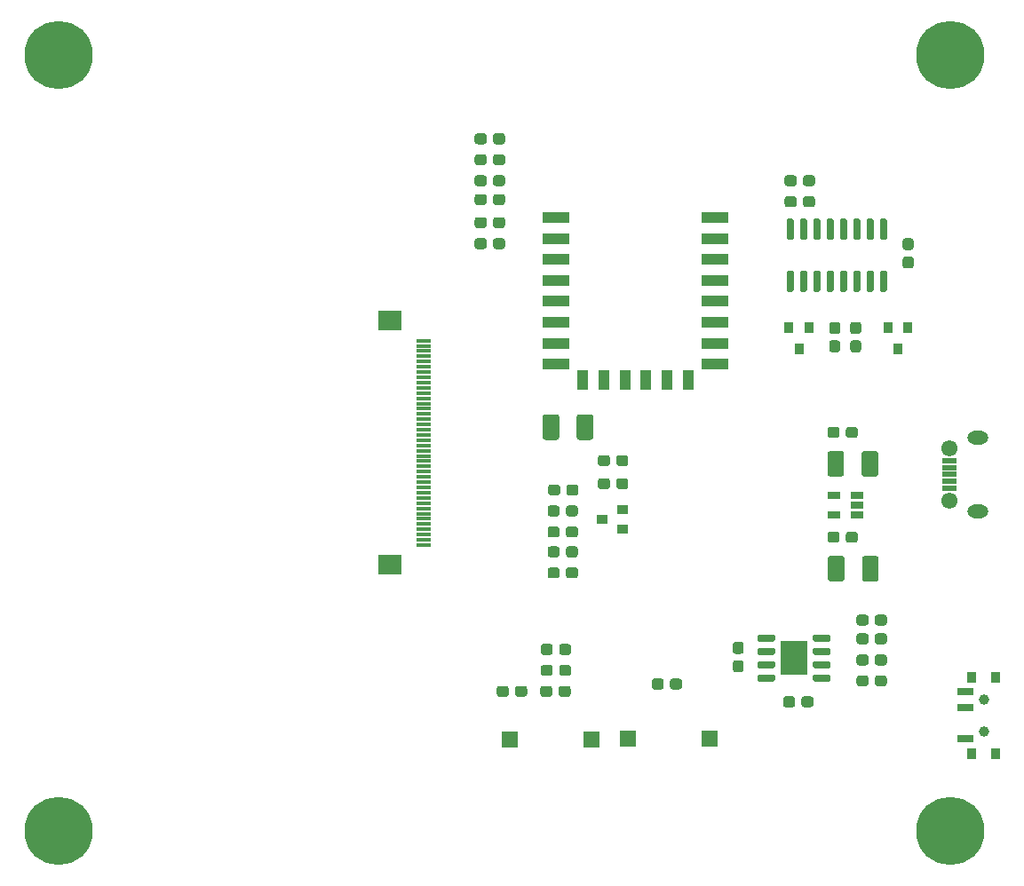
<source format=gbr>
%TF.GenerationSoftware,KiCad,Pcbnew,(5.1.6)-1*%
%TF.CreationDate,2020-08-30T19:00:44+08:00*%
%TF.ProjectId,tftesp8266,74667465-7370-4383-9236-362e6b696361,rev?*%
%TF.SameCoordinates,Original*%
%TF.FileFunction,Soldermask,Top*%
%TF.FilePolarity,Negative*%
%FSLAX46Y46*%
G04 Gerber Fmt 4.6, Leading zero omitted, Abs format (unit mm)*
G04 Created by KiCad (PCBNEW (5.1.6)-1) date 2020-08-30 19:00:44*
%MOMM*%
%LPD*%
G01*
G04 APERTURE LIST*
%ADD10C,0.900000*%
%ADD11C,6.500000*%
%ADD12R,0.900000X1.100000*%
%ADD13R,1.600000X0.800000*%
%ADD14C,1.000000*%
%ADD15R,1.000000X0.900000*%
%ADD16R,0.900000X1.000000*%
%ADD17R,2.600000X1.100000*%
%ADD18R,1.100000X1.900000*%
%ADD19R,2.510000X3.200000*%
%ADD20R,1.160000X0.750000*%
%ADD21R,1.600000X1.600000*%
%ADD22R,1.400000X0.400000*%
%ADD23R,2.300000X1.900000*%
%ADD24O,2.000000X1.300000*%
%ADD25C,1.550000*%
%ADD26R,1.450000X0.500000*%
G04 APERTURE END LIST*
D10*
%TO.C,REF\u002A\u002A*%
X188697056Y-121302944D03*
X187000000Y-120600000D03*
X185302944Y-121302944D03*
X184600000Y-123000000D03*
X185302944Y-124697056D03*
X187000000Y-125400000D03*
X188697056Y-124697056D03*
X189400000Y-123000000D03*
D11*
X187000000Y-123000000D03*
%TD*%
D10*
%TO.C,REF\u002A\u002A*%
X103697056Y-121302944D03*
X102000000Y-120600000D03*
X100302944Y-121302944D03*
X99600000Y-123000000D03*
X100302944Y-124697056D03*
X102000000Y-125400000D03*
X103697056Y-124697056D03*
X104400000Y-123000000D03*
D11*
X102000000Y-123000000D03*
%TD*%
D10*
%TO.C,REF\u002A\u002A*%
X188697056Y-47302944D03*
X187000000Y-46600000D03*
X185302944Y-47302944D03*
X184600000Y-49000000D03*
X185302944Y-50697056D03*
X187000000Y-51400000D03*
X188697056Y-50697056D03*
X189400000Y-49000000D03*
D11*
X187000000Y-49000000D03*
%TD*%
D10*
%TO.C,REF\u002A\u002A*%
X103697056Y-47302944D03*
X102000000Y-46600000D03*
X100302944Y-47302944D03*
X99600000Y-49000000D03*
X100302944Y-50697056D03*
X102000000Y-51400000D03*
X103697056Y-50697056D03*
X104400000Y-49000000D03*
D11*
X102000000Y-49000000D03*
%TD*%
D12*
%TO.C,SW3*%
X189090000Y-115650000D03*
X189090000Y-108350000D03*
X191300000Y-108350000D03*
X191300000Y-115650000D03*
D13*
X188440000Y-109750000D03*
X188440000Y-111250000D03*
X188440000Y-114250000D03*
D14*
X190200000Y-110500000D03*
X190200000Y-113500000D03*
%TD*%
D15*
%TO.C,Q3*%
X153800000Y-93300000D03*
X155800000Y-92350000D03*
X155800000Y-94250000D03*
%TD*%
D16*
%TO.C,Q2*%
X172600000Y-77000000D03*
X171650000Y-75000000D03*
X173550000Y-75000000D03*
%TD*%
%TO.C,Q1*%
X182000000Y-77000000D03*
X181050000Y-75000000D03*
X182950000Y-75000000D03*
%TD*%
D17*
%TO.C,U4*%
X164600000Y-64500000D03*
X164600000Y-66500000D03*
X164600000Y-68500000D03*
X164600000Y-70500000D03*
X164600000Y-72500000D03*
X164600000Y-74500000D03*
X164600000Y-76500000D03*
X164600000Y-78500000D03*
D18*
X162000000Y-80000000D03*
X160000000Y-80000000D03*
X158000000Y-80000000D03*
X156000000Y-80000000D03*
X154000000Y-80000000D03*
X152000000Y-80000000D03*
D17*
X149400000Y-78500000D03*
X149400000Y-76500000D03*
X149400000Y-74500000D03*
X149400000Y-72500000D03*
X149400000Y-70500000D03*
X149400000Y-68500000D03*
X149400000Y-66500000D03*
X149400000Y-64500000D03*
%TD*%
%TO.C,U3*%
G36*
G01*
X180470000Y-69550000D02*
X180820000Y-69550000D01*
G75*
G02*
X180995000Y-69725000I0J-175000D01*
G01*
X180995000Y-71425000D01*
G75*
G02*
X180820000Y-71600000I-175000J0D01*
G01*
X180470000Y-71600000D01*
G75*
G02*
X180295000Y-71425000I0J175000D01*
G01*
X180295000Y-69725000D01*
G75*
G02*
X180470000Y-69550000I175000J0D01*
G01*
G37*
G36*
G01*
X179200000Y-69550000D02*
X179550000Y-69550000D01*
G75*
G02*
X179725000Y-69725000I0J-175000D01*
G01*
X179725000Y-71425000D01*
G75*
G02*
X179550000Y-71600000I-175000J0D01*
G01*
X179200000Y-71600000D01*
G75*
G02*
X179025000Y-71425000I0J175000D01*
G01*
X179025000Y-69725000D01*
G75*
G02*
X179200000Y-69550000I175000J0D01*
G01*
G37*
G36*
G01*
X177930000Y-69550000D02*
X178280000Y-69550000D01*
G75*
G02*
X178455000Y-69725000I0J-175000D01*
G01*
X178455000Y-71425000D01*
G75*
G02*
X178280000Y-71600000I-175000J0D01*
G01*
X177930000Y-71600000D01*
G75*
G02*
X177755000Y-71425000I0J175000D01*
G01*
X177755000Y-69725000D01*
G75*
G02*
X177930000Y-69550000I175000J0D01*
G01*
G37*
G36*
G01*
X176660000Y-69550000D02*
X177010000Y-69550000D01*
G75*
G02*
X177185000Y-69725000I0J-175000D01*
G01*
X177185000Y-71425000D01*
G75*
G02*
X177010000Y-71600000I-175000J0D01*
G01*
X176660000Y-71600000D01*
G75*
G02*
X176485000Y-71425000I0J175000D01*
G01*
X176485000Y-69725000D01*
G75*
G02*
X176660000Y-69550000I175000J0D01*
G01*
G37*
G36*
G01*
X175390000Y-69550000D02*
X175740000Y-69550000D01*
G75*
G02*
X175915000Y-69725000I0J-175000D01*
G01*
X175915000Y-71425000D01*
G75*
G02*
X175740000Y-71600000I-175000J0D01*
G01*
X175390000Y-71600000D01*
G75*
G02*
X175215000Y-71425000I0J175000D01*
G01*
X175215000Y-69725000D01*
G75*
G02*
X175390000Y-69550000I175000J0D01*
G01*
G37*
G36*
G01*
X174120000Y-69550000D02*
X174470000Y-69550000D01*
G75*
G02*
X174645000Y-69725000I0J-175000D01*
G01*
X174645000Y-71425000D01*
G75*
G02*
X174470000Y-71600000I-175000J0D01*
G01*
X174120000Y-71600000D01*
G75*
G02*
X173945000Y-71425000I0J175000D01*
G01*
X173945000Y-69725000D01*
G75*
G02*
X174120000Y-69550000I175000J0D01*
G01*
G37*
G36*
G01*
X172850000Y-69550000D02*
X173200000Y-69550000D01*
G75*
G02*
X173375000Y-69725000I0J-175000D01*
G01*
X173375000Y-71425000D01*
G75*
G02*
X173200000Y-71600000I-175000J0D01*
G01*
X172850000Y-71600000D01*
G75*
G02*
X172675000Y-71425000I0J175000D01*
G01*
X172675000Y-69725000D01*
G75*
G02*
X172850000Y-69550000I175000J0D01*
G01*
G37*
G36*
G01*
X171580000Y-69550000D02*
X171930000Y-69550000D01*
G75*
G02*
X172105000Y-69725000I0J-175000D01*
G01*
X172105000Y-71425000D01*
G75*
G02*
X171930000Y-71600000I-175000J0D01*
G01*
X171580000Y-71600000D01*
G75*
G02*
X171405000Y-71425000I0J175000D01*
G01*
X171405000Y-69725000D01*
G75*
G02*
X171580000Y-69550000I175000J0D01*
G01*
G37*
G36*
G01*
X171580000Y-64600000D02*
X171930000Y-64600000D01*
G75*
G02*
X172105000Y-64775000I0J-175000D01*
G01*
X172105000Y-66475000D01*
G75*
G02*
X171930000Y-66650000I-175000J0D01*
G01*
X171580000Y-66650000D01*
G75*
G02*
X171405000Y-66475000I0J175000D01*
G01*
X171405000Y-64775000D01*
G75*
G02*
X171580000Y-64600000I175000J0D01*
G01*
G37*
G36*
G01*
X172850000Y-64600000D02*
X173200000Y-64600000D01*
G75*
G02*
X173375000Y-64775000I0J-175000D01*
G01*
X173375000Y-66475000D01*
G75*
G02*
X173200000Y-66650000I-175000J0D01*
G01*
X172850000Y-66650000D01*
G75*
G02*
X172675000Y-66475000I0J175000D01*
G01*
X172675000Y-64775000D01*
G75*
G02*
X172850000Y-64600000I175000J0D01*
G01*
G37*
G36*
G01*
X174120000Y-64600000D02*
X174470000Y-64600000D01*
G75*
G02*
X174645000Y-64775000I0J-175000D01*
G01*
X174645000Y-66475000D01*
G75*
G02*
X174470000Y-66650000I-175000J0D01*
G01*
X174120000Y-66650000D01*
G75*
G02*
X173945000Y-66475000I0J175000D01*
G01*
X173945000Y-64775000D01*
G75*
G02*
X174120000Y-64600000I175000J0D01*
G01*
G37*
G36*
G01*
X175390000Y-64600000D02*
X175740000Y-64600000D01*
G75*
G02*
X175915000Y-64775000I0J-175000D01*
G01*
X175915000Y-66475000D01*
G75*
G02*
X175740000Y-66650000I-175000J0D01*
G01*
X175390000Y-66650000D01*
G75*
G02*
X175215000Y-66475000I0J175000D01*
G01*
X175215000Y-64775000D01*
G75*
G02*
X175390000Y-64600000I175000J0D01*
G01*
G37*
G36*
G01*
X176660000Y-64600000D02*
X177010000Y-64600000D01*
G75*
G02*
X177185000Y-64775000I0J-175000D01*
G01*
X177185000Y-66475000D01*
G75*
G02*
X177010000Y-66650000I-175000J0D01*
G01*
X176660000Y-66650000D01*
G75*
G02*
X176485000Y-66475000I0J175000D01*
G01*
X176485000Y-64775000D01*
G75*
G02*
X176660000Y-64600000I175000J0D01*
G01*
G37*
G36*
G01*
X177930000Y-64600000D02*
X178280000Y-64600000D01*
G75*
G02*
X178455000Y-64775000I0J-175000D01*
G01*
X178455000Y-66475000D01*
G75*
G02*
X178280000Y-66650000I-175000J0D01*
G01*
X177930000Y-66650000D01*
G75*
G02*
X177755000Y-66475000I0J175000D01*
G01*
X177755000Y-64775000D01*
G75*
G02*
X177930000Y-64600000I175000J0D01*
G01*
G37*
G36*
G01*
X179200000Y-64600000D02*
X179550000Y-64600000D01*
G75*
G02*
X179725000Y-64775000I0J-175000D01*
G01*
X179725000Y-66475000D01*
G75*
G02*
X179550000Y-66650000I-175000J0D01*
G01*
X179200000Y-66650000D01*
G75*
G02*
X179025000Y-66475000I0J175000D01*
G01*
X179025000Y-64775000D01*
G75*
G02*
X179200000Y-64600000I175000J0D01*
G01*
G37*
G36*
G01*
X180470000Y-64600000D02*
X180820000Y-64600000D01*
G75*
G02*
X180995000Y-64775000I0J-175000D01*
G01*
X180995000Y-66475000D01*
G75*
G02*
X180820000Y-66650000I-175000J0D01*
G01*
X180470000Y-66650000D01*
G75*
G02*
X180295000Y-66475000I0J175000D01*
G01*
X180295000Y-64775000D01*
G75*
G02*
X180470000Y-64600000I175000J0D01*
G01*
G37*
%TD*%
D19*
%TO.C,U2*%
X172115000Y-106525001D03*
G36*
G01*
X173915000Y-104795001D02*
X173915000Y-104445001D01*
G75*
G02*
X174090000Y-104270001I175000J0D01*
G01*
X175440000Y-104270001D01*
G75*
G02*
X175615000Y-104445001I0J-175000D01*
G01*
X175615000Y-104795001D01*
G75*
G02*
X175440000Y-104970001I-175000J0D01*
G01*
X174090000Y-104970001D01*
G75*
G02*
X173915000Y-104795001I0J175000D01*
G01*
G37*
G36*
G01*
X173915000Y-106065001D02*
X173915000Y-105715001D01*
G75*
G02*
X174090000Y-105540001I175000J0D01*
G01*
X175440000Y-105540001D01*
G75*
G02*
X175615000Y-105715001I0J-175000D01*
G01*
X175615000Y-106065001D01*
G75*
G02*
X175440000Y-106240001I-175000J0D01*
G01*
X174090000Y-106240001D01*
G75*
G02*
X173915000Y-106065001I0J175000D01*
G01*
G37*
G36*
G01*
X173915000Y-107335001D02*
X173915000Y-106985001D01*
G75*
G02*
X174090000Y-106810001I175000J0D01*
G01*
X175440000Y-106810001D01*
G75*
G02*
X175615000Y-106985001I0J-175000D01*
G01*
X175615000Y-107335001D01*
G75*
G02*
X175440000Y-107510001I-175000J0D01*
G01*
X174090000Y-107510001D01*
G75*
G02*
X173915000Y-107335001I0J175000D01*
G01*
G37*
G36*
G01*
X173915000Y-108605001D02*
X173915000Y-108255001D01*
G75*
G02*
X174090000Y-108080001I175000J0D01*
G01*
X175440000Y-108080001D01*
G75*
G02*
X175615000Y-108255001I0J-175000D01*
G01*
X175615000Y-108605001D01*
G75*
G02*
X175440000Y-108780001I-175000J0D01*
G01*
X174090000Y-108780001D01*
G75*
G02*
X173915000Y-108605001I0J175000D01*
G01*
G37*
G36*
G01*
X168615000Y-108605001D02*
X168615000Y-108255001D01*
G75*
G02*
X168790000Y-108080001I175000J0D01*
G01*
X170140000Y-108080001D01*
G75*
G02*
X170315000Y-108255001I0J-175000D01*
G01*
X170315000Y-108605001D01*
G75*
G02*
X170140000Y-108780001I-175000J0D01*
G01*
X168790000Y-108780001D01*
G75*
G02*
X168615000Y-108605001I0J175000D01*
G01*
G37*
G36*
G01*
X168615000Y-107335001D02*
X168615000Y-106985001D01*
G75*
G02*
X168790000Y-106810001I175000J0D01*
G01*
X170140000Y-106810001D01*
G75*
G02*
X170315000Y-106985001I0J-175000D01*
G01*
X170315000Y-107335001D01*
G75*
G02*
X170140000Y-107510001I-175000J0D01*
G01*
X168790000Y-107510001D01*
G75*
G02*
X168615000Y-107335001I0J175000D01*
G01*
G37*
G36*
G01*
X168615000Y-106065001D02*
X168615000Y-105715001D01*
G75*
G02*
X168790000Y-105540001I175000J0D01*
G01*
X170140000Y-105540001D01*
G75*
G02*
X170315000Y-105715001I0J-175000D01*
G01*
X170315000Y-106065001D01*
G75*
G02*
X170140000Y-106240001I-175000J0D01*
G01*
X168790000Y-106240001D01*
G75*
G02*
X168615000Y-106065001I0J175000D01*
G01*
G37*
G36*
G01*
X168615000Y-104795001D02*
X168615000Y-104445001D01*
G75*
G02*
X168790000Y-104270001I175000J0D01*
G01*
X170140000Y-104270001D01*
G75*
G02*
X170315000Y-104445001I0J-175000D01*
G01*
X170315000Y-104795001D01*
G75*
G02*
X170140000Y-104970001I-175000J0D01*
G01*
X168790000Y-104970001D01*
G75*
G02*
X168615000Y-104795001I0J175000D01*
G01*
G37*
%TD*%
D20*
%TO.C,U1*%
X175905000Y-92900000D03*
X175905000Y-91000000D03*
X178105000Y-91000000D03*
X178105000Y-91950000D03*
X178105000Y-92900000D03*
%TD*%
D21*
%TO.C,SW2*%
X164100000Y-114200000D03*
X156300000Y-114200000D03*
%TD*%
%TO.C,SW1*%
X152800000Y-114300000D03*
X145000000Y-114300000D03*
%TD*%
%TO.C,R21*%
G36*
G01*
X150375000Y-94762500D02*
X150375000Y-94237500D01*
G75*
G02*
X150637500Y-93975000I262500J0D01*
G01*
X151262500Y-93975000D01*
G75*
G02*
X151525000Y-94237500I0J-262500D01*
G01*
X151525000Y-94762500D01*
G75*
G02*
X151262500Y-95025000I-262500J0D01*
G01*
X150637500Y-95025000D01*
G75*
G02*
X150375000Y-94762500I0J262500D01*
G01*
G37*
G36*
G01*
X148625000Y-94762500D02*
X148625000Y-94237500D01*
G75*
G02*
X148887500Y-93975000I262500J0D01*
G01*
X149512500Y-93975000D01*
G75*
G02*
X149775000Y-94237500I0J-262500D01*
G01*
X149775000Y-94762500D01*
G75*
G02*
X149512500Y-95025000I-262500J0D01*
G01*
X148887500Y-95025000D01*
G75*
G02*
X148625000Y-94762500I0J262500D01*
G01*
G37*
%TD*%
%TO.C,R20*%
G36*
G01*
X150375000Y-92762500D02*
X150375000Y-92237500D01*
G75*
G02*
X150637500Y-91975000I262500J0D01*
G01*
X151262500Y-91975000D01*
G75*
G02*
X151525000Y-92237500I0J-262500D01*
G01*
X151525000Y-92762500D01*
G75*
G02*
X151262500Y-93025000I-262500J0D01*
G01*
X150637500Y-93025000D01*
G75*
G02*
X150375000Y-92762500I0J262500D01*
G01*
G37*
G36*
G01*
X148625000Y-92762500D02*
X148625000Y-92237500D01*
G75*
G02*
X148887500Y-91975000I262500J0D01*
G01*
X149512500Y-91975000D01*
G75*
G02*
X149775000Y-92237500I0J-262500D01*
G01*
X149775000Y-92762500D01*
G75*
G02*
X149512500Y-93025000I-262500J0D01*
G01*
X148887500Y-93025000D01*
G75*
G02*
X148625000Y-92762500I0J262500D01*
G01*
G37*
%TD*%
%TO.C,R19*%
G36*
G01*
X150425000Y-90762500D02*
X150425000Y-90237500D01*
G75*
G02*
X150687500Y-89975000I262500J0D01*
G01*
X151312500Y-89975000D01*
G75*
G02*
X151575000Y-90237500I0J-262500D01*
G01*
X151575000Y-90762500D01*
G75*
G02*
X151312500Y-91025000I-262500J0D01*
G01*
X150687500Y-91025000D01*
G75*
G02*
X150425000Y-90762500I0J262500D01*
G01*
G37*
G36*
G01*
X148675000Y-90762500D02*
X148675000Y-90237500D01*
G75*
G02*
X148937500Y-89975000I262500J0D01*
G01*
X149562500Y-89975000D01*
G75*
G02*
X149825000Y-90237500I0J-262500D01*
G01*
X149825000Y-90762500D01*
G75*
G02*
X149562500Y-91025000I-262500J0D01*
G01*
X148937500Y-91025000D01*
G75*
G02*
X148675000Y-90762500I0J262500D01*
G01*
G37*
%TD*%
%TO.C,R18*%
G36*
G01*
X154575000Y-87437500D02*
X154575000Y-87962500D01*
G75*
G02*
X154312500Y-88225000I-262500J0D01*
G01*
X153687500Y-88225000D01*
G75*
G02*
X153425000Y-87962500I0J262500D01*
G01*
X153425000Y-87437500D01*
G75*
G02*
X153687500Y-87175000I262500J0D01*
G01*
X154312500Y-87175000D01*
G75*
G02*
X154575000Y-87437500I0J-262500D01*
G01*
G37*
G36*
G01*
X156325000Y-87437500D02*
X156325000Y-87962500D01*
G75*
G02*
X156062500Y-88225000I-262500J0D01*
G01*
X155437500Y-88225000D01*
G75*
G02*
X155175000Y-87962500I0J262500D01*
G01*
X155175000Y-87437500D01*
G75*
G02*
X155437500Y-87175000I262500J0D01*
G01*
X156062500Y-87175000D01*
G75*
G02*
X156325000Y-87437500I0J-262500D01*
G01*
G37*
%TD*%
%TO.C,R17*%
G36*
G01*
X154575000Y-89637500D02*
X154575000Y-90162500D01*
G75*
G02*
X154312500Y-90425000I-262500J0D01*
G01*
X153687500Y-90425000D01*
G75*
G02*
X153425000Y-90162500I0J262500D01*
G01*
X153425000Y-89637500D01*
G75*
G02*
X153687500Y-89375000I262500J0D01*
G01*
X154312500Y-89375000D01*
G75*
G02*
X154575000Y-89637500I0J-262500D01*
G01*
G37*
G36*
G01*
X156325000Y-89637500D02*
X156325000Y-90162500D01*
G75*
G02*
X156062500Y-90425000I-262500J0D01*
G01*
X155437500Y-90425000D01*
G75*
G02*
X155175000Y-90162500I0J262500D01*
G01*
X155175000Y-89637500D01*
G75*
G02*
X155437500Y-89375000I262500J0D01*
G01*
X156062500Y-89375000D01*
G75*
G02*
X156325000Y-89637500I0J-262500D01*
G01*
G37*
%TD*%
%TO.C,R16*%
G36*
G01*
X160300000Y-109262500D02*
X160300000Y-108737500D01*
G75*
G02*
X160562500Y-108475000I262500J0D01*
G01*
X161187500Y-108475000D01*
G75*
G02*
X161450000Y-108737500I0J-262500D01*
G01*
X161450000Y-109262500D01*
G75*
G02*
X161187500Y-109525000I-262500J0D01*
G01*
X160562500Y-109525000D01*
G75*
G02*
X160300000Y-109262500I0J262500D01*
G01*
G37*
G36*
G01*
X158550000Y-109262500D02*
X158550000Y-108737500D01*
G75*
G02*
X158812500Y-108475000I262500J0D01*
G01*
X159437500Y-108475000D01*
G75*
G02*
X159700000Y-108737500I0J-262500D01*
G01*
X159700000Y-109262500D01*
G75*
G02*
X159437500Y-109525000I-262500J0D01*
G01*
X158812500Y-109525000D01*
G75*
G02*
X158550000Y-109262500I0J262500D01*
G01*
G37*
%TD*%
%TO.C,R15*%
G36*
G01*
X178262500Y-75625000D02*
X177737500Y-75625000D01*
G75*
G02*
X177475000Y-75362500I0J262500D01*
G01*
X177475000Y-74737500D01*
G75*
G02*
X177737500Y-74475000I262500J0D01*
G01*
X178262500Y-74475000D01*
G75*
G02*
X178525000Y-74737500I0J-262500D01*
G01*
X178525000Y-75362500D01*
G75*
G02*
X178262500Y-75625000I-262500J0D01*
G01*
G37*
G36*
G01*
X178262500Y-77375000D02*
X177737500Y-77375000D01*
G75*
G02*
X177475000Y-77112500I0J262500D01*
G01*
X177475000Y-76487500D01*
G75*
G02*
X177737500Y-76225000I262500J0D01*
G01*
X178262500Y-76225000D01*
G75*
G02*
X178525000Y-76487500I0J-262500D01*
G01*
X178525000Y-77112500D01*
G75*
G02*
X178262500Y-77375000I-262500J0D01*
G01*
G37*
%TD*%
%TO.C,R14*%
G36*
G01*
X175737500Y-76225000D02*
X176262500Y-76225000D01*
G75*
G02*
X176525000Y-76487500I0J-262500D01*
G01*
X176525000Y-77112500D01*
G75*
G02*
X176262500Y-77375000I-262500J0D01*
G01*
X175737500Y-77375000D01*
G75*
G02*
X175475000Y-77112500I0J262500D01*
G01*
X175475000Y-76487500D01*
G75*
G02*
X175737500Y-76225000I262500J0D01*
G01*
G37*
G36*
G01*
X175737500Y-74475000D02*
X176262500Y-74475000D01*
G75*
G02*
X176525000Y-74737500I0J-262500D01*
G01*
X176525000Y-75362500D01*
G75*
G02*
X176262500Y-75625000I-262500J0D01*
G01*
X175737500Y-75625000D01*
G75*
G02*
X175475000Y-75362500I0J262500D01*
G01*
X175475000Y-74737500D01*
G75*
G02*
X175737500Y-74475000I262500J0D01*
G01*
G37*
%TD*%
%TO.C,R13*%
G36*
G01*
X145525000Y-109962500D02*
X145525000Y-109437500D01*
G75*
G02*
X145787500Y-109175000I262500J0D01*
G01*
X146412500Y-109175000D01*
G75*
G02*
X146675000Y-109437500I0J-262500D01*
G01*
X146675000Y-109962500D01*
G75*
G02*
X146412500Y-110225000I-262500J0D01*
G01*
X145787500Y-110225000D01*
G75*
G02*
X145525000Y-109962500I0J262500D01*
G01*
G37*
G36*
G01*
X143775000Y-109962500D02*
X143775000Y-109437500D01*
G75*
G02*
X144037500Y-109175000I262500J0D01*
G01*
X144662500Y-109175000D01*
G75*
G02*
X144925000Y-109437500I0J-262500D01*
G01*
X144925000Y-109962500D01*
G75*
G02*
X144662500Y-110225000I-262500J0D01*
G01*
X144037500Y-110225000D01*
G75*
G02*
X143775000Y-109962500I0J262500D01*
G01*
G37*
%TD*%
%TO.C,R12*%
G36*
G01*
X143425000Y-67262500D02*
X143425000Y-66737500D01*
G75*
G02*
X143687500Y-66475000I262500J0D01*
G01*
X144312500Y-66475000D01*
G75*
G02*
X144575000Y-66737500I0J-262500D01*
G01*
X144575000Y-67262500D01*
G75*
G02*
X144312500Y-67525000I-262500J0D01*
G01*
X143687500Y-67525000D01*
G75*
G02*
X143425000Y-67262500I0J262500D01*
G01*
G37*
G36*
G01*
X141675000Y-67262500D02*
X141675000Y-66737500D01*
G75*
G02*
X141937500Y-66475000I262500J0D01*
G01*
X142562500Y-66475000D01*
G75*
G02*
X142825000Y-66737500I0J-262500D01*
G01*
X142825000Y-67262500D01*
G75*
G02*
X142562500Y-67525000I-262500J0D01*
G01*
X141937500Y-67525000D01*
G75*
G02*
X141675000Y-67262500I0J262500D01*
G01*
G37*
%TD*%
%TO.C,R11*%
G36*
G01*
X143425000Y-61262500D02*
X143425000Y-60737500D01*
G75*
G02*
X143687500Y-60475000I262500J0D01*
G01*
X144312500Y-60475000D01*
G75*
G02*
X144575000Y-60737500I0J-262500D01*
G01*
X144575000Y-61262500D01*
G75*
G02*
X144312500Y-61525000I-262500J0D01*
G01*
X143687500Y-61525000D01*
G75*
G02*
X143425000Y-61262500I0J262500D01*
G01*
G37*
G36*
G01*
X141675000Y-61262500D02*
X141675000Y-60737500D01*
G75*
G02*
X141937500Y-60475000I262500J0D01*
G01*
X142562500Y-60475000D01*
G75*
G02*
X142825000Y-60737500I0J-262500D01*
G01*
X142825000Y-61262500D01*
G75*
G02*
X142562500Y-61525000I-262500J0D01*
G01*
X141937500Y-61525000D01*
G75*
G02*
X141675000Y-61262500I0J262500D01*
G01*
G37*
%TD*%
%TO.C,R10*%
G36*
G01*
X143425000Y-63062500D02*
X143425000Y-62537500D01*
G75*
G02*
X143687500Y-62275000I262500J0D01*
G01*
X144312500Y-62275000D01*
G75*
G02*
X144575000Y-62537500I0J-262500D01*
G01*
X144575000Y-63062500D01*
G75*
G02*
X144312500Y-63325000I-262500J0D01*
G01*
X143687500Y-63325000D01*
G75*
G02*
X143425000Y-63062500I0J262500D01*
G01*
G37*
G36*
G01*
X141675000Y-63062500D02*
X141675000Y-62537500D01*
G75*
G02*
X141937500Y-62275000I262500J0D01*
G01*
X142562500Y-62275000D01*
G75*
G02*
X142825000Y-62537500I0J-262500D01*
G01*
X142825000Y-63062500D01*
G75*
G02*
X142562500Y-63325000I-262500J0D01*
G01*
X141937500Y-63325000D01*
G75*
G02*
X141675000Y-63062500I0J262500D01*
G01*
G37*
%TD*%
%TO.C,R9*%
G36*
G01*
X143425000Y-59262500D02*
X143425000Y-58737500D01*
G75*
G02*
X143687500Y-58475000I262500J0D01*
G01*
X144312500Y-58475000D01*
G75*
G02*
X144575000Y-58737500I0J-262500D01*
G01*
X144575000Y-59262500D01*
G75*
G02*
X144312500Y-59525000I-262500J0D01*
G01*
X143687500Y-59525000D01*
G75*
G02*
X143425000Y-59262500I0J262500D01*
G01*
G37*
G36*
G01*
X141675000Y-59262500D02*
X141675000Y-58737500D01*
G75*
G02*
X141937500Y-58475000I262500J0D01*
G01*
X142562500Y-58475000D01*
G75*
G02*
X142825000Y-58737500I0J-262500D01*
G01*
X142825000Y-59262500D01*
G75*
G02*
X142562500Y-59525000I-262500J0D01*
G01*
X141937500Y-59525000D01*
G75*
G02*
X141675000Y-59262500I0J262500D01*
G01*
G37*
%TD*%
%TO.C,R8*%
G36*
G01*
X143425000Y-57262500D02*
X143425000Y-56737500D01*
G75*
G02*
X143687500Y-56475000I262500J0D01*
G01*
X144312500Y-56475000D01*
G75*
G02*
X144575000Y-56737500I0J-262500D01*
G01*
X144575000Y-57262500D01*
G75*
G02*
X144312500Y-57525000I-262500J0D01*
G01*
X143687500Y-57525000D01*
G75*
G02*
X143425000Y-57262500I0J262500D01*
G01*
G37*
G36*
G01*
X141675000Y-57262500D02*
X141675000Y-56737500D01*
G75*
G02*
X141937500Y-56475000I262500J0D01*
G01*
X142562500Y-56475000D01*
G75*
G02*
X142825000Y-56737500I0J-262500D01*
G01*
X142825000Y-57262500D01*
G75*
G02*
X142562500Y-57525000I-262500J0D01*
G01*
X141937500Y-57525000D01*
G75*
G02*
X141675000Y-57262500I0J262500D01*
G01*
G37*
%TD*%
%TO.C,R7*%
G36*
G01*
X149075000Y-109437500D02*
X149075000Y-109962500D01*
G75*
G02*
X148812500Y-110225000I-262500J0D01*
G01*
X148187500Y-110225000D01*
G75*
G02*
X147925000Y-109962500I0J262500D01*
G01*
X147925000Y-109437500D01*
G75*
G02*
X148187500Y-109175000I262500J0D01*
G01*
X148812500Y-109175000D01*
G75*
G02*
X149075000Y-109437500I0J-262500D01*
G01*
G37*
G36*
G01*
X150825000Y-109437500D02*
X150825000Y-109962500D01*
G75*
G02*
X150562500Y-110225000I-262500J0D01*
G01*
X149937500Y-110225000D01*
G75*
G02*
X149675000Y-109962500I0J262500D01*
G01*
X149675000Y-109437500D01*
G75*
G02*
X149937500Y-109175000I262500J0D01*
G01*
X150562500Y-109175000D01*
G75*
G02*
X150825000Y-109437500I0J-262500D01*
G01*
G37*
%TD*%
%TO.C,R6*%
G36*
G01*
X149725000Y-105962500D02*
X149725000Y-105437500D01*
G75*
G02*
X149987500Y-105175000I262500J0D01*
G01*
X150612500Y-105175000D01*
G75*
G02*
X150875000Y-105437500I0J-262500D01*
G01*
X150875000Y-105962500D01*
G75*
G02*
X150612500Y-106225000I-262500J0D01*
G01*
X149987500Y-106225000D01*
G75*
G02*
X149725000Y-105962500I0J262500D01*
G01*
G37*
G36*
G01*
X147975000Y-105962500D02*
X147975000Y-105437500D01*
G75*
G02*
X148237500Y-105175000I262500J0D01*
G01*
X148862500Y-105175000D01*
G75*
G02*
X149125000Y-105437500I0J-262500D01*
G01*
X149125000Y-105962500D01*
G75*
G02*
X148862500Y-106225000I-262500J0D01*
G01*
X148237500Y-106225000D01*
G75*
G02*
X147975000Y-105962500I0J262500D01*
G01*
G37*
%TD*%
%TO.C,R5*%
G36*
G01*
X179825000Y-103162500D02*
X179825000Y-102637500D01*
G75*
G02*
X180087500Y-102375000I262500J0D01*
G01*
X180712500Y-102375000D01*
G75*
G02*
X180975000Y-102637500I0J-262500D01*
G01*
X180975000Y-103162500D01*
G75*
G02*
X180712500Y-103425000I-262500J0D01*
G01*
X180087500Y-103425000D01*
G75*
G02*
X179825000Y-103162500I0J262500D01*
G01*
G37*
G36*
G01*
X178075000Y-103162500D02*
X178075000Y-102637500D01*
G75*
G02*
X178337500Y-102375000I262500J0D01*
G01*
X178962500Y-102375000D01*
G75*
G02*
X179225000Y-102637500I0J-262500D01*
G01*
X179225000Y-103162500D01*
G75*
G02*
X178962500Y-103425000I-262500J0D01*
G01*
X178337500Y-103425000D01*
G75*
G02*
X178075000Y-103162500I0J262500D01*
G01*
G37*
%TD*%
%TO.C,R4*%
G36*
G01*
X179825000Y-104962500D02*
X179825000Y-104437500D01*
G75*
G02*
X180087500Y-104175000I262500J0D01*
G01*
X180712500Y-104175000D01*
G75*
G02*
X180975000Y-104437500I0J-262500D01*
G01*
X180975000Y-104962500D01*
G75*
G02*
X180712500Y-105225000I-262500J0D01*
G01*
X180087500Y-105225000D01*
G75*
G02*
X179825000Y-104962500I0J262500D01*
G01*
G37*
G36*
G01*
X178075000Y-104962500D02*
X178075000Y-104437500D01*
G75*
G02*
X178337500Y-104175000I262500J0D01*
G01*
X178962500Y-104175000D01*
G75*
G02*
X179225000Y-104437500I0J-262500D01*
G01*
X179225000Y-104962500D01*
G75*
G02*
X178962500Y-105225000I-262500J0D01*
G01*
X178337500Y-105225000D01*
G75*
G02*
X178075000Y-104962500I0J262500D01*
G01*
G37*
%TD*%
%TO.C,R3*%
G36*
G01*
X172375000Y-62737500D02*
X172375000Y-63262500D01*
G75*
G02*
X172112500Y-63525000I-262500J0D01*
G01*
X171487500Y-63525000D01*
G75*
G02*
X171225000Y-63262500I0J262500D01*
G01*
X171225000Y-62737500D01*
G75*
G02*
X171487500Y-62475000I262500J0D01*
G01*
X172112500Y-62475000D01*
G75*
G02*
X172375000Y-62737500I0J-262500D01*
G01*
G37*
G36*
G01*
X174125000Y-62737500D02*
X174125000Y-63262500D01*
G75*
G02*
X173862500Y-63525000I-262500J0D01*
G01*
X173237500Y-63525000D01*
G75*
G02*
X172975000Y-63262500I0J262500D01*
G01*
X172975000Y-62737500D01*
G75*
G02*
X173237500Y-62475000I262500J0D01*
G01*
X173862500Y-62475000D01*
G75*
G02*
X174125000Y-62737500I0J-262500D01*
G01*
G37*
%TD*%
%TO.C,R2*%
G36*
G01*
X172375000Y-60737500D02*
X172375000Y-61262500D01*
G75*
G02*
X172112500Y-61525000I-262500J0D01*
G01*
X171487500Y-61525000D01*
G75*
G02*
X171225000Y-61262500I0J262500D01*
G01*
X171225000Y-60737500D01*
G75*
G02*
X171487500Y-60475000I262500J0D01*
G01*
X172112500Y-60475000D01*
G75*
G02*
X172375000Y-60737500I0J-262500D01*
G01*
G37*
G36*
G01*
X174125000Y-60737500D02*
X174125000Y-61262500D01*
G75*
G02*
X173862500Y-61525000I-262500J0D01*
G01*
X173237500Y-61525000D01*
G75*
G02*
X172975000Y-61262500I0J262500D01*
G01*
X172975000Y-60737500D01*
G75*
G02*
X173237500Y-60475000I262500J0D01*
G01*
X173862500Y-60475000D01*
G75*
G02*
X174125000Y-60737500I0J-262500D01*
G01*
G37*
%TD*%
%TO.C,R1*%
G36*
G01*
X166537500Y-106725000D02*
X167062500Y-106725000D01*
G75*
G02*
X167325000Y-106987500I0J-262500D01*
G01*
X167325000Y-107612500D01*
G75*
G02*
X167062500Y-107875000I-262500J0D01*
G01*
X166537500Y-107875000D01*
G75*
G02*
X166275000Y-107612500I0J262500D01*
G01*
X166275000Y-106987500D01*
G75*
G02*
X166537500Y-106725000I262500J0D01*
G01*
G37*
G36*
G01*
X166537500Y-104975000D02*
X167062500Y-104975000D01*
G75*
G02*
X167325000Y-105237500I0J-262500D01*
G01*
X167325000Y-105862500D01*
G75*
G02*
X167062500Y-106125000I-262500J0D01*
G01*
X166537500Y-106125000D01*
G75*
G02*
X166275000Y-105862500I0J262500D01*
G01*
X166275000Y-105237500D01*
G75*
G02*
X166537500Y-104975000I262500J0D01*
G01*
G37*
%TD*%
D22*
%TO.C,J2*%
X136850000Y-95750000D03*
X136850000Y-95250000D03*
X136850000Y-94750000D03*
X136850000Y-94250000D03*
X136850000Y-93750000D03*
X136850000Y-93250000D03*
X136850000Y-92750000D03*
X136850000Y-92250000D03*
X136850000Y-91750000D03*
X136850000Y-91250000D03*
X136850000Y-90750000D03*
X136850000Y-90250000D03*
X136850000Y-89750000D03*
X136850000Y-89250000D03*
X136850000Y-88750000D03*
X136850000Y-88250000D03*
X136850000Y-87750000D03*
X136850000Y-87250000D03*
X136850000Y-86750000D03*
X136850000Y-86250000D03*
X136850000Y-85750000D03*
X136850000Y-85250000D03*
X136850000Y-84750000D03*
X136850000Y-84250000D03*
X136850000Y-83750000D03*
X136850000Y-83250000D03*
X136850000Y-82750000D03*
X136850000Y-82250000D03*
X136850000Y-81750000D03*
X136850000Y-81250000D03*
X136850000Y-80750000D03*
X136850000Y-80250000D03*
X136850000Y-79750000D03*
X136850000Y-79250000D03*
X136850000Y-78750000D03*
X136850000Y-78250000D03*
X136850000Y-77750000D03*
X136850000Y-77250000D03*
X136850000Y-76750000D03*
X136850000Y-76250000D03*
D23*
X133600000Y-74350000D03*
X133600000Y-97650000D03*
%TD*%
D24*
%TO.C,J1*%
X189637500Y-85500000D03*
X189637500Y-92500000D03*
D25*
X186937500Y-86500000D03*
D26*
X186937500Y-89000000D03*
X186937500Y-88350000D03*
X186937500Y-87700000D03*
X186937500Y-90300000D03*
X186937500Y-89650000D03*
D25*
X186937500Y-91500000D03*
%TD*%
%TO.C,D3*%
G36*
G01*
X149725000Y-107962500D02*
X149725000Y-107437500D01*
G75*
G02*
X149987500Y-107175000I262500J0D01*
G01*
X150612500Y-107175000D01*
G75*
G02*
X150875000Y-107437500I0J-262500D01*
G01*
X150875000Y-107962500D01*
G75*
G02*
X150612500Y-108225000I-262500J0D01*
G01*
X149987500Y-108225000D01*
G75*
G02*
X149725000Y-107962500I0J262500D01*
G01*
G37*
G36*
G01*
X147975000Y-107962500D02*
X147975000Y-107437500D01*
G75*
G02*
X148237500Y-107175000I262500J0D01*
G01*
X148862500Y-107175000D01*
G75*
G02*
X149125000Y-107437500I0J-262500D01*
G01*
X149125000Y-107962500D01*
G75*
G02*
X148862500Y-108225000I-262500J0D01*
G01*
X148237500Y-108225000D01*
G75*
G02*
X147975000Y-107962500I0J262500D01*
G01*
G37*
%TD*%
%TO.C,D2*%
G36*
G01*
X179825000Y-108962500D02*
X179825000Y-108437500D01*
G75*
G02*
X180087500Y-108175000I262500J0D01*
G01*
X180712500Y-108175000D01*
G75*
G02*
X180975000Y-108437500I0J-262500D01*
G01*
X180975000Y-108962500D01*
G75*
G02*
X180712500Y-109225000I-262500J0D01*
G01*
X180087500Y-109225000D01*
G75*
G02*
X179825000Y-108962500I0J262500D01*
G01*
G37*
G36*
G01*
X178075000Y-108962500D02*
X178075000Y-108437500D01*
G75*
G02*
X178337500Y-108175000I262500J0D01*
G01*
X178962500Y-108175000D01*
G75*
G02*
X179225000Y-108437500I0J-262500D01*
G01*
X179225000Y-108962500D01*
G75*
G02*
X178962500Y-109225000I-262500J0D01*
G01*
X178337500Y-109225000D01*
G75*
G02*
X178075000Y-108962500I0J262500D01*
G01*
G37*
%TD*%
%TO.C,D1*%
G36*
G01*
X179825000Y-106962500D02*
X179825000Y-106437500D01*
G75*
G02*
X180087500Y-106175000I262500J0D01*
G01*
X180712500Y-106175000D01*
G75*
G02*
X180975000Y-106437500I0J-262500D01*
G01*
X180975000Y-106962500D01*
G75*
G02*
X180712500Y-107225000I-262500J0D01*
G01*
X180087500Y-107225000D01*
G75*
G02*
X179825000Y-106962500I0J262500D01*
G01*
G37*
G36*
G01*
X178075000Y-106962500D02*
X178075000Y-106437500D01*
G75*
G02*
X178337500Y-106175000I262500J0D01*
G01*
X178962500Y-106175000D01*
G75*
G02*
X179225000Y-106437500I0J-262500D01*
G01*
X179225000Y-106962500D01*
G75*
G02*
X178962500Y-107225000I-262500J0D01*
G01*
X178337500Y-107225000D01*
G75*
G02*
X178075000Y-106962500I0J262500D01*
G01*
G37*
%TD*%
%TO.C,C10*%
G36*
G01*
X149775000Y-98137500D02*
X149775000Y-98662500D01*
G75*
G02*
X149512500Y-98925000I-262500J0D01*
G01*
X148887500Y-98925000D01*
G75*
G02*
X148625000Y-98662500I0J262500D01*
G01*
X148625000Y-98137500D01*
G75*
G02*
X148887500Y-97875000I262500J0D01*
G01*
X149512500Y-97875000D01*
G75*
G02*
X149775000Y-98137500I0J-262500D01*
G01*
G37*
G36*
G01*
X151525000Y-98137500D02*
X151525000Y-98662500D01*
G75*
G02*
X151262500Y-98925000I-262500J0D01*
G01*
X150637500Y-98925000D01*
G75*
G02*
X150375000Y-98662500I0J262500D01*
G01*
X150375000Y-98137500D01*
G75*
G02*
X150637500Y-97875000I262500J0D01*
G01*
X151262500Y-97875000D01*
G75*
G02*
X151525000Y-98137500I0J-262500D01*
G01*
G37*
%TD*%
%TO.C,C9*%
G36*
G01*
X149775000Y-96137500D02*
X149775000Y-96662500D01*
G75*
G02*
X149512500Y-96925000I-262500J0D01*
G01*
X148887500Y-96925000D01*
G75*
G02*
X148625000Y-96662500I0J262500D01*
G01*
X148625000Y-96137500D01*
G75*
G02*
X148887500Y-95875000I262500J0D01*
G01*
X149512500Y-95875000D01*
G75*
G02*
X149775000Y-96137500I0J-262500D01*
G01*
G37*
G36*
G01*
X151525000Y-96137500D02*
X151525000Y-96662500D01*
G75*
G02*
X151262500Y-96925000I-262500J0D01*
G01*
X150637500Y-96925000D01*
G75*
G02*
X150375000Y-96662500I0J262500D01*
G01*
X150375000Y-96137500D01*
G75*
G02*
X150637500Y-95875000I262500J0D01*
G01*
X151262500Y-95875000D01*
G75*
G02*
X151525000Y-96137500I0J-262500D01*
G01*
G37*
%TD*%
%TO.C,C8*%
G36*
G01*
X151400000Y-85458333D02*
X151400000Y-83541667D01*
G75*
G02*
X151666667Y-83275000I266667J0D01*
G01*
X152733333Y-83275000D01*
G75*
G02*
X153000000Y-83541667I0J-266667D01*
G01*
X153000000Y-85458333D01*
G75*
G02*
X152733333Y-85725000I-266667J0D01*
G01*
X151666667Y-85725000D01*
G75*
G02*
X151400000Y-85458333I0J266667D01*
G01*
G37*
G36*
G01*
X148150000Y-85458333D02*
X148150000Y-83541667D01*
G75*
G02*
X148416667Y-83275000I266667J0D01*
G01*
X149483333Y-83275000D01*
G75*
G02*
X149750000Y-83541667I0J-266667D01*
G01*
X149750000Y-85458333D01*
G75*
G02*
X149483333Y-85725000I-266667J0D01*
G01*
X148416667Y-85725000D01*
G75*
G02*
X148150000Y-85458333I0J266667D01*
G01*
G37*
%TD*%
%TO.C,C7*%
G36*
G01*
X143425000Y-65262500D02*
X143425000Y-64737500D01*
G75*
G02*
X143687500Y-64475000I262500J0D01*
G01*
X144312500Y-64475000D01*
G75*
G02*
X144575000Y-64737500I0J-262500D01*
G01*
X144575000Y-65262500D01*
G75*
G02*
X144312500Y-65525000I-262500J0D01*
G01*
X143687500Y-65525000D01*
G75*
G02*
X143425000Y-65262500I0J262500D01*
G01*
G37*
G36*
G01*
X141675000Y-65262500D02*
X141675000Y-64737500D01*
G75*
G02*
X141937500Y-64475000I262500J0D01*
G01*
X142562500Y-64475000D01*
G75*
G02*
X142825000Y-64737500I0J-262500D01*
G01*
X142825000Y-65262500D01*
G75*
G02*
X142562500Y-65525000I-262500J0D01*
G01*
X141937500Y-65525000D01*
G75*
G02*
X141675000Y-65262500I0J262500D01*
G01*
G37*
%TD*%
%TO.C,C6*%
G36*
G01*
X177055000Y-95262500D02*
X177055000Y-94737500D01*
G75*
G02*
X177317500Y-94475000I262500J0D01*
G01*
X177942500Y-94475000D01*
G75*
G02*
X178205000Y-94737500I0J-262500D01*
G01*
X178205000Y-95262500D01*
G75*
G02*
X177942500Y-95525000I-262500J0D01*
G01*
X177317500Y-95525000D01*
G75*
G02*
X177055000Y-95262500I0J262500D01*
G01*
G37*
G36*
G01*
X175305000Y-95262500D02*
X175305000Y-94737500D01*
G75*
G02*
X175567500Y-94475000I262500J0D01*
G01*
X176192500Y-94475000D01*
G75*
G02*
X176455000Y-94737500I0J-262500D01*
G01*
X176455000Y-95262500D01*
G75*
G02*
X176192500Y-95525000I-262500J0D01*
G01*
X175567500Y-95525000D01*
G75*
G02*
X175305000Y-95262500I0J262500D01*
G01*
G37*
%TD*%
%TO.C,C5*%
G36*
G01*
X178600000Y-98958333D02*
X178600000Y-97041667D01*
G75*
G02*
X178866667Y-96775000I266667J0D01*
G01*
X179933333Y-96775000D01*
G75*
G02*
X180200000Y-97041667I0J-266667D01*
G01*
X180200000Y-98958333D01*
G75*
G02*
X179933333Y-99225000I-266667J0D01*
G01*
X178866667Y-99225000D01*
G75*
G02*
X178600000Y-98958333I0J266667D01*
G01*
G37*
G36*
G01*
X175350000Y-98958333D02*
X175350000Y-97041667D01*
G75*
G02*
X175616667Y-96775000I266667J0D01*
G01*
X176683333Y-96775000D01*
G75*
G02*
X176950000Y-97041667I0J-266667D01*
G01*
X176950000Y-98958333D01*
G75*
G02*
X176683333Y-99225000I-266667J0D01*
G01*
X175616667Y-99225000D01*
G75*
G02*
X175350000Y-98958333I0J266667D01*
G01*
G37*
%TD*%
%TO.C,C4*%
G36*
G01*
X183262500Y-67625000D02*
X182737500Y-67625000D01*
G75*
G02*
X182475000Y-67362500I0J262500D01*
G01*
X182475000Y-66737500D01*
G75*
G02*
X182737500Y-66475000I262500J0D01*
G01*
X183262500Y-66475000D01*
G75*
G02*
X183525000Y-66737500I0J-262500D01*
G01*
X183525000Y-67362500D01*
G75*
G02*
X183262500Y-67625000I-262500J0D01*
G01*
G37*
G36*
G01*
X183262500Y-69375000D02*
X182737500Y-69375000D01*
G75*
G02*
X182475000Y-69112500I0J262500D01*
G01*
X182475000Y-68487500D01*
G75*
G02*
X182737500Y-68225000I262500J0D01*
G01*
X183262500Y-68225000D01*
G75*
G02*
X183525000Y-68487500I0J-262500D01*
G01*
X183525000Y-69112500D01*
G75*
G02*
X183262500Y-69375000I-262500J0D01*
G01*
G37*
%TD*%
%TO.C,C3*%
G36*
G01*
X176455000Y-84737500D02*
X176455000Y-85262500D01*
G75*
G02*
X176192500Y-85525000I-262500J0D01*
G01*
X175567500Y-85525000D01*
G75*
G02*
X175305000Y-85262500I0J262500D01*
G01*
X175305000Y-84737500D01*
G75*
G02*
X175567500Y-84475000I262500J0D01*
G01*
X176192500Y-84475000D01*
G75*
G02*
X176455000Y-84737500I0J-262500D01*
G01*
G37*
G36*
G01*
X178205000Y-84737500D02*
X178205000Y-85262500D01*
G75*
G02*
X177942500Y-85525000I-262500J0D01*
G01*
X177317500Y-85525000D01*
G75*
G02*
X177055000Y-85262500I0J262500D01*
G01*
X177055000Y-84737500D01*
G75*
G02*
X177317500Y-84475000I262500J0D01*
G01*
X177942500Y-84475000D01*
G75*
G02*
X178205000Y-84737500I0J-262500D01*
G01*
G37*
%TD*%
%TO.C,C2*%
G36*
G01*
X172825000Y-110962500D02*
X172825000Y-110437500D01*
G75*
G02*
X173087500Y-110175000I262500J0D01*
G01*
X173712500Y-110175000D01*
G75*
G02*
X173975000Y-110437500I0J-262500D01*
G01*
X173975000Y-110962500D01*
G75*
G02*
X173712500Y-111225000I-262500J0D01*
G01*
X173087500Y-111225000D01*
G75*
G02*
X172825000Y-110962500I0J262500D01*
G01*
G37*
G36*
G01*
X171075000Y-110962500D02*
X171075000Y-110437500D01*
G75*
G02*
X171337500Y-110175000I262500J0D01*
G01*
X171962500Y-110175000D01*
G75*
G02*
X172225000Y-110437500I0J-262500D01*
G01*
X172225000Y-110962500D01*
G75*
G02*
X171962500Y-111225000I-262500J0D01*
G01*
X171337500Y-111225000D01*
G75*
G02*
X171075000Y-110962500I0J262500D01*
G01*
G37*
%TD*%
%TO.C,C1*%
G36*
G01*
X176900000Y-87041667D02*
X176900000Y-88958333D01*
G75*
G02*
X176633333Y-89225000I-266667J0D01*
G01*
X175566667Y-89225000D01*
G75*
G02*
X175300000Y-88958333I0J266667D01*
G01*
X175300000Y-87041667D01*
G75*
G02*
X175566667Y-86775000I266667J0D01*
G01*
X176633333Y-86775000D01*
G75*
G02*
X176900000Y-87041667I0J-266667D01*
G01*
G37*
G36*
G01*
X180150000Y-87041667D02*
X180150000Y-88958333D01*
G75*
G02*
X179883333Y-89225000I-266667J0D01*
G01*
X178816667Y-89225000D01*
G75*
G02*
X178550000Y-88958333I0J266667D01*
G01*
X178550000Y-87041667D01*
G75*
G02*
X178816667Y-86775000I266667J0D01*
G01*
X179883333Y-86775000D01*
G75*
G02*
X180150000Y-87041667I0J-266667D01*
G01*
G37*
%TD*%
M02*

</source>
